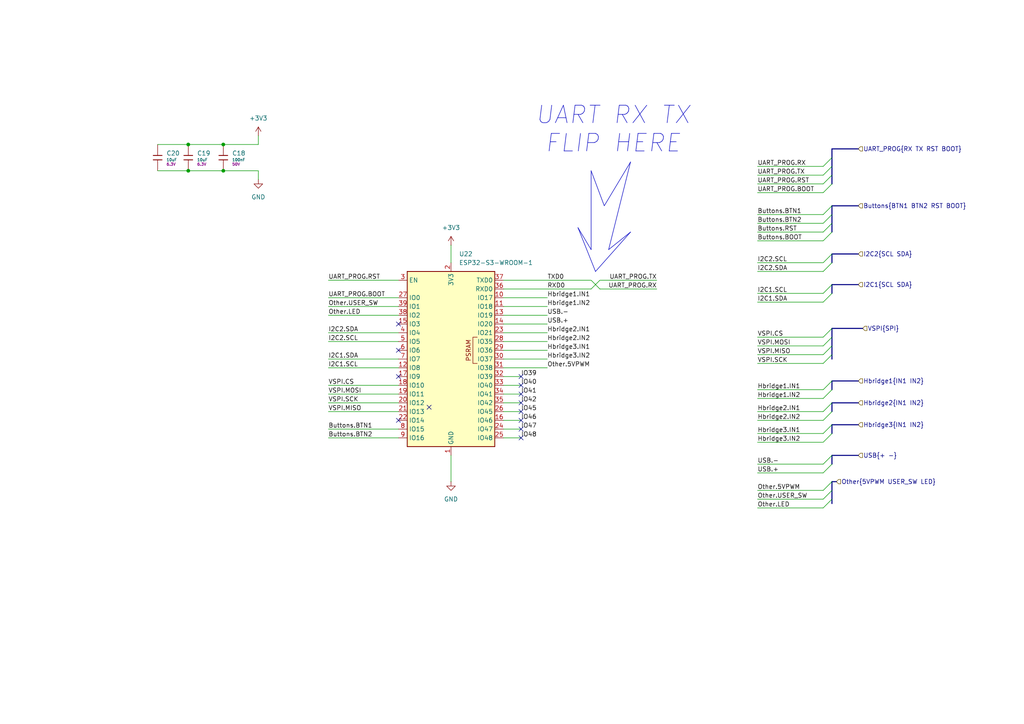
<source format=kicad_sch>
(kicad_sch (version 20231120) (generator "eeschema") (generator_version "8.0")
  (paper "A4")
  (title_block (title "ESP32S3 WROOM1") (date "2025-02-04") (rev "A") (company "Artem Horiunov") (comment 1 "DESIGNED IN POLAND"))
  (lib_symbols
    (symbol "PCM_JLCPCB-Capacitors:0402,100nF,(2)" (pin_numbers hide) (pin_names (offset 0))
      (property "Reference" "C" (at 2.032 1.668 0))
      (property "Value" "100nF" (at 2.032 -0.3782 0))
      (property "Voltage Rated" "50V" (at 2.032 -2.0462 0))
      (symbol "0402,100nF,(2)_0_1"
        (polyline (pts (xy -1.27 -0.635) (xy 1.27 -0.635)) (stroke (width 0.254)))
        (polyline (pts (xy -1.27 0.635) (xy 1.27 0.635)) (stroke (width 0.254)))
      )
      (symbol "0402,100nF,(2)_1_1"
        (pin passive line (at 0 3.81 270) (length 3.175) (name "~") (number "1"))
        (pin passive line (at 0 -3.81 90) (length 3.175) (name "~") (number "2"))
      )
    )
    (symbol "PCM_JLCPCB-Capacitors:0402,10uF" (pin_numbers hide) (pin_names (offset 0))
      (property "Reference" "C" (at 2.032 1.668 0))
      (property "Value" "10uF" (at 2.032 -0.3782 0))
      (property "Voltage Rated" "6.3V" (at 2.032 -2.0462 0))
      (symbol "0402,10uF_0_1"
        (polyline (pts (xy -1.27 -0.635) (xy 1.27 -0.635)) (stroke (width 0.254)))
        (polyline (pts (xy -1.27 0.635) (xy 1.27 0.635)) (stroke (width 0.254)))
      )
      (symbol "0402,10uF_1_1"
        (pin passive line (at 0 3.81 270) (length 3.175) (name "~") (number "1"))
        (pin passive line (at 0 -3.81 90) (length 3.175) (name "~") (number "2"))
      )
    )
    (symbol "RF_Module:ESP32-S3-WROOM-1"
      (property "Reference" "U" (at -12.7 26.67 0))
      (property "Value" "ESP32-S3-WROOM-1" (at 12.7 26.67 0))
      (symbol "ESP32-S3-WROOM-1_0_0"
        (rectangle (start -12.7 25.4) (end 12.7 -25.4) (stroke (width 0.254)) (fill (type background)))
        (text "PSRAM" (at 5.08 2.54 900) (effects (font (size 1.27 1.27))))
      )
      (symbol "ESP32-S3-WROOM-1_0_1"
        (polyline (pts (xy 7.62 -1.27) (xy 6.35 -1.27) (xy 6.35 6.35) (xy 7.62 6.35)))
      )
      (symbol "ESP32-S3-WROOM-1_1_1"
        (pin power_in line (at 0 -27.94 90) (length 2.54) (name "GND") (number "1"))
        (pin bidirectional line (at 15.24 17.78 180) (length 2.54) (name "IO17") (number "10"))
        (pin bidirectional line (at 15.24 15.24 180) (length 2.54) (name "IO18") (number "11"))
        (pin bidirectional line (at -15.24 -2.54 0) (length 2.54) (name "IO8") (number "12"))
        (pin bidirectional line (at 15.24 12.7 180) (length 2.54) (name "IO19") (number "13"))
        (pin bidirectional line (at 15.24 10.16 180) (length 2.54) (name "IO20") (number "14"))
        (pin bidirectional line (at -15.24 10.16 0) (length 2.54) (name "IO3") (number "15"))
        (pin bidirectional line (at 15.24 -17.78 180) (length 2.54) (name "IO46") (number "16"))
        (pin bidirectional line (at -15.24 -5.08 0) (length 2.54) (name "IO9") (number "17"))
        (pin bidirectional line (at -15.24 -7.62 0) (length 2.54) (name "IO10") (number "18"))
        (pin bidirectional line (at -15.24 -10.16 0) (length 2.54) (name "IO11") (number "19"))
        (pin power_in line (at 0 27.94 270) (length 2.54) (name "3V3") (number "2"))
        (pin bidirectional line (at -15.24 -12.7 0) (length 2.54) (name "IO12") (number "20"))
        (pin bidirectional line (at -15.24 -15.24 0) (length 2.54) (name "IO13") (number "21"))
        (pin bidirectional line (at -15.24 -17.78 0) (length 2.54) (name "IO14") (number "22"))
        (pin bidirectional line (at 15.24 7.62 180) (length 2.54) (name "IO21") (number "23"))
        (pin bidirectional line (at 15.24 -20.32 180) (length 2.54) (name "IO47") (number "24"))
        (pin bidirectional line (at 15.24 -22.86 180) (length 2.54) (name "IO48") (number "25"))
        (pin bidirectional line (at 15.24 -15.24 180) (length 2.54) (name "IO45") (number "26"))
        (pin bidirectional line (at -15.24 17.78 0) (length 2.54) (name "IO0") (number "27"))
        (pin bidirectional line (at 15.24 5.08 180) (length 2.54) (name "IO35") (number "28"))
        (pin bidirectional line (at 15.24 2.54 180) (length 2.54) (name "IO36") (number "29"))
        (pin input line (at -15.24 22.86 0) (length 2.54) (name "EN") (number "3"))
        (pin bidirectional line (at 15.24 0 180) (length 2.54) (name "IO37") (number "30"))
        (pin bidirectional line (at 15.24 -2.54 180) (length 2.54) (name "IO38") (number "31"))
        (pin bidirectional line (at 15.24 -5.08 180) (length 2.54) (name "IO39") (number "32"))
        (pin bidirectional line (at 15.24 -7.62 180) (length 2.54) (name "IO40") (number "33"))
        (pin bidirectional line (at 15.24 -10.16 180) (length 2.54) (name "IO41") (number "34"))
        (pin bidirectional line (at 15.24 -12.7 180) (length 2.54) (name "IO42") (number "35"))
        (pin bidirectional line (at 15.24 20.32 180) (length 2.54) (name "RXD0") (number "36"))
        (pin bidirectional line (at 15.24 22.86 180) (length 2.54) (name "TXD0") (number "37"))
        (pin bidirectional line (at -15.24 12.7 0) (length 2.54) (name "IO2") (number "38"))
        (pin bidirectional line (at -15.24 15.24 0) (length 2.54) (name "IO1") (number "39"))
        (pin bidirectional line (at -15.24 7.62 0) (length 2.54) (name "IO4") (number "4"))
        (pin passive line (at 0 -27.94 90) (length 2.54) hide (name "GND") (number "40"))
        (pin passive line (at 0 -27.94 90) (length 2.54) hide (name "GND") (number "41"))
        (pin bidirectional line (at -15.24 5.08 0) (length 2.54) (name "IO5") (number "5"))
        (pin bidirectional line (at -15.24 2.54 0) (length 2.54) (name "IO6") (number "6"))
        (pin bidirectional line (at -15.24 0 0) (length 2.54) (name "IO7") (number "7"))
        (pin bidirectional line (at -15.24 -20.32 0) (length 2.54) (name "IO15") (number "8"))
        (pin bidirectional line (at -15.24 -22.86 0) (length 2.54) (name "IO16") (number "9"))
      )
    )
    (symbol "power:+3V3" (power) (pin_numbers hide) (pin_names (offset 0) hide)
      (property "Value" "+3V3" (at 0 3.556 0))
      (symbol "+3V3_0_1"
        (polyline (pts (xy -0.762 1.27) (xy 0 2.54)))
        (polyline (pts (xy 0 0) (xy 0 2.54)))
        (polyline (pts (xy 0 2.54) (xy 0.762 1.27)))
      )
      (symbol "+3V3_1_1"
        (pin power_in line (at 0 0 90) (length 0) (name "~") (number "1"))
      )
    )
    (symbol "power:GND" (power) (pin_numbers hide) (pin_names (offset 0) hide)
      (property "Value" "GND" (at 0 -3.81 0))
      (symbol "GND_0_1"
        (polyline (pts (xy 0 0) (xy 0 -1.27) (xy 1.27 -1.27) (xy 0 -2.54) (xy -1.27 -1.27) (xy 0 -1.27)))
      )
      (symbol "GND_1_1"
        (pin power_in line (at 0 0 270) (length 0) (name "~") (number "1"))
      )
    )
  )
  (bus_alias "SPI" (members "CS" "MOSI" "MISO" "SCK"))
  (junction (at 64.77 49.53))
  (junction (at 54.61 49.53))
  (junction (at 54.61 41.91))
  (junction (at 64.77 41.91))
  (no_connect (at 151.13 116.84))
  (no_connect (at 151.13 127))
  (no_connect (at 124.46 118.11))
  (no_connect (at 151.13 114.3))
  (no_connect (at 115.57 93.98))
  (no_connect (at 151.13 111.76))
  (no_connect (at 115.57 109.22))
  (no_connect (at 115.57 101.6))
  (no_connect (at 151.13 121.92))
  (no_connect (at 151.13 124.46))
  (no_connect (at 151.13 119.38))
  (no_connect (at 151.13 109.22))
  (no_connect (at 115.57 121.92))
  (bus_entry (at 241.3 113.03) (size -2.54 2.54))
  (bus_entry (at 241.3 110.49) (size -2.54 2.54))
  (bus_entry (at 238.76 134.62) (size 2.54 -2.54))
  (bus_entry (at 241.3 53.34) (size -2.54 2.54))
  (bus_entry (at 241.3 100.33) (size -2.54 2.54))
  (bus_entry (at 241.3 50.8) (size -2.54 2.54))
  (bus_entry (at 241.3 62.23) (size -2.54 2.54))
  (bus_entry (at 241.3 125.73) (size -2.54 2.54))
  (bus_entry (at 241.3 123.19) (size -2.54 2.54))
  (bus_entry (at 241.3 95.25) (size -2.54 2.54))
  (bus_entry (at 241.3 76.2) (size -2.54 2.54))
  (bus_entry (at 241.3 139.7) (size -2.54 2.54))
  (bus_entry (at 241.3 142.24) (size -2.54 2.54))
  (bus_entry (at 241.3 48.26) (size -2.54 2.54))
  (bus_entry (at 241.3 97.79) (size -2.54 2.54))
  (bus_entry (at 241.3 64.77) (size -2.54 2.54))
  (bus_entry (at 241.3 73.66) (size -2.54 2.54))
  (bus_entry (at 241.3 67.31) (size -2.54 2.54))
  (bus_entry (at 238.76 137.16) (size 2.54 -2.54))
  (bus_entry (at 241.3 59.69) (size -2.54 2.54))
  (bus_entry (at 241.3 119.38) (size -2.54 2.54))
  (bus_entry (at 241.3 82.55) (size -2.54 2.54))
  (bus_entry (at 241.3 45.72) (size -2.54 2.54))
  (bus_entry (at 241.3 102.87) (size -2.54 2.54))
  (bus_entry (at 241.3 116.84) (size -2.54 2.54))
  (bus_entry (at 241.3 144.78) (size -2.54 2.54))
  (bus_entry (at 241.3 85.09) (size -2.54 2.54))
  (polyline (pts (xy 167.64 66.04) (xy 171.45 72.39)))
  (wire (pts (xy 95.25 111.76) (xy 115.57 111.76)))
  (wire (pts (xy 171.45 81.28) (xy 173.99 83.82)))
  (wire (pts (xy 64.77 41.91) (xy 54.61 41.91)))
  (polyline (pts (xy 182.88 67.31) (xy 172.72 78.74)))
  (bus (pts (xy 241.3 134.62) (xy 241.3 132.08)))
  (bus (pts (xy 248.92 82.55) (xy 241.3 82.55)))
  (bus (pts (xy 241.3 123.19) (xy 241.3 125.73)))
  (bus (pts (xy 241.3 50.8) (xy 241.3 53.34)))
  (bus (pts (xy 241.3 48.26) (xy 241.3 50.8)))
  (wire (pts (xy 219.71 100.33) (xy 238.76 100.33)))
  (wire (pts (xy 219.71 87.63) (xy 238.76 87.63)))
  (wire (pts (xy 158.75 99.06) (xy 146.05 99.06)))
  (wire (pts (xy 158.75 101.6) (xy 146.05 101.6)))
  (bus (pts (xy 241.3 59.69) (xy 241.3 62.23)))
  (bus (pts (xy 248.92 110.49) (xy 241.3 110.49)))
  (bus (pts (xy 241.3 100.33) (xy 241.3 102.87)))
  (wire (pts (xy 130.81 76.2) (xy 130.81 71.12)))
  (wire (pts (xy 158.75 88.9) (xy 146.05 88.9)))
  (wire (pts (xy 219.71 69.85) (xy 238.76 69.85)))
  (wire (pts (xy 54.61 41.91) (xy 45.72 41.91)))
  (wire (pts (xy 146.05 121.92) (xy 151.13 121.92)))
  (wire (pts (xy 238.76 134.62) (xy 219.71 134.62)))
  (bus (pts (xy 248.92 132.08) (xy 241.3 132.08)))
  (wire (pts (xy 146.05 116.84) (xy 151.13 116.84)))
  (wire (pts (xy 219.71 115.57) (xy 238.76 115.57)))
  (wire (pts (xy 219.71 142.24) (xy 238.76 142.24)))
  (wire (pts (xy 219.71 67.31) (xy 238.76 67.31)))
  (wire (pts (xy 74.93 41.91) (xy 64.77 41.91)))
  (wire (pts (xy 74.93 49.53) (xy 74.93 52.07)))
  (wire (pts (xy 95.25 127) (xy 115.57 127)))
  (bus (pts (xy 248.92 59.69) (xy 241.3 59.69)))
  (wire (pts (xy 219.71 121.92) (xy 238.76 121.92)))
  (wire (pts (xy 158.75 91.44) (xy 146.05 91.44)))
  (bus (pts (xy 242.57 139.7) (xy 241.3 139.7)))
  (wire (pts (xy 219.71 147.32) (xy 238.76 147.32)))
  (wire (pts (xy 146.05 111.76) (xy 151.13 111.76)))
  (wire (pts (xy 158.75 93.98) (xy 146.05 93.98)))
  (bus (pts (xy 241.3 110.49) (xy 241.3 113.03)))
  (wire (pts (xy 74.93 39.37) (xy 74.93 41.91)))
  (bus (pts (xy 241.3 82.55) (xy 241.3 85.09)))
  (bus (pts (xy 241.3 64.77) (xy 241.3 67.31)))
  (wire (pts (xy 219.71 85.09) (xy 238.76 85.09)))
  (wire (pts (xy 219.71 64.77) (xy 238.76 64.77)))
  (wire (pts (xy 95.25 96.52) (xy 115.57 96.52)))
  (bus (pts (xy 241.3 142.24) (xy 241.3 144.78)))
  (wire (pts (xy 219.71 78.74) (xy 238.76 78.74)))
  (wire (pts (xy 219.71 119.38) (xy 238.76 119.38)))
  (polyline (pts (xy 181.61 52.07) (xy 176.53 72.39)))
  (bus (pts (xy 241.3 45.72) (xy 241.3 48.26)))
  (bus (pts (xy 248.92 73.66) (xy 241.3 73.66)))
  (wire (pts (xy 158.75 96.52) (xy 146.05 96.52)))
  (wire (pts (xy 146.05 83.82) (xy 171.45 83.82)))
  (bus (pts (xy 241.3 95.25) (xy 241.3 97.79)))
  (wire (pts (xy 54.61 49.53) (xy 64.77 49.53)))
  (bus (pts (xy 241.3 43.18) (xy 241.3 45.72)))
  (wire (pts (xy 95.25 88.9) (xy 115.57 88.9)))
  (wire (pts (xy 74.93 49.53) (xy 64.77 49.53)))
  (bus (pts (xy 250.19 95.25) (xy 241.3 95.25)))
  (polyline (pts (xy 172.72 78.74) (xy 167.64 66.04)))
  (wire (pts (xy 219.71 102.87) (xy 238.76 102.87)))
  (bus (pts (xy 241.3 102.87) (xy 241.3 104.14)))
  (wire (pts (xy 219.71 48.26) (xy 238.76 48.26)))
  (wire (pts (xy 219.71 97.79) (xy 238.76 97.79)))
  (bus (pts (xy 248.92 116.84) (xy 241.3 116.84)))
  (polyline (pts (xy 181.61 52.07) (xy 182.88 46.99)))
  (bus (pts (xy 241.3 139.7) (xy 241.3 142.24)))
  (wire (pts (xy 146.05 127) (xy 151.13 127)))
  (wire (pts (xy 95.25 119.38) (xy 115.57 119.38)))
  (wire (pts (xy 219.71 128.27) (xy 238.76 128.27)))
  (wire (pts (xy 219.71 105.41) (xy 238.76 105.41)))
  (wire (pts (xy 158.75 104.14) (xy 146.05 104.14)))
  (bus (pts (xy 241.3 97.79) (xy 241.3 100.33)))
  (wire (pts (xy 95.25 104.14) (xy 115.57 104.14)))
  (wire (pts (xy 95.25 91.44) (xy 115.57 91.44)))
  (bus (pts (xy 241.3 116.84) (xy 241.3 119.38)))
  (wire (pts (xy 219.71 53.34) (xy 238.76 53.34)))
  (wire (pts (xy 95.25 124.46) (xy 115.57 124.46)))
  (bus (pts (xy 241.3 62.23) (xy 241.3 64.77)))
  (wire (pts (xy 146.05 124.46) (xy 151.13 124.46)))
  (wire (pts (xy 95.25 114.3) (xy 115.57 114.3)))
  (wire (pts (xy 115.57 81.28) (xy 95.25 81.28)))
  (wire (pts (xy 219.71 50.8) (xy 238.76 50.8)))
  (wire (pts (xy 158.75 106.68) (xy 146.05 106.68)))
  (wire (pts (xy 219.71 76.2) (xy 238.76 76.2)))
  (wire (pts (xy 95.25 106.68) (xy 115.57 106.68)))
  (wire (pts (xy 219.71 144.78) (xy 238.76 144.78)))
  (bus (pts (xy 248.92 43.18) (xy 241.3 43.18)))
  (wire (pts (xy 219.71 113.03) (xy 238.76 113.03)))
  (wire (pts (xy 219.71 137.16) (xy 238.76 137.16)))
  (wire (pts (xy 173.99 83.82) (xy 190.5 83.82)))
  (polyline (pts (xy 171.45 72.39) (xy 171.45 49.53)))
  (bus (pts (xy 241.3 73.66) (xy 241.3 76.2)))
  (wire (pts (xy 45.72 49.53) (xy 54.61 49.53)))
  (wire (pts (xy 219.71 55.88) (xy 238.76 55.88)))
  (polyline (pts (xy 175.26 59.69) (xy 182.88 46.99)))
  (wire (pts (xy 130.81 132.08) (xy 130.81 139.7)))
  (bus (pts (xy 248.92 123.19) (xy 241.3 123.19)))
  (wire (pts (xy 219.71 62.23) (xy 238.76 62.23)))
  (bus (pts (xy 241.3 144.78) (xy 241.3 146.05)))
  (wire (pts (xy 95.25 86.36) (xy 115.57 86.36)))
  (wire (pts (xy 158.75 86.36) (xy 146.05 86.36)))
  (wire (pts (xy 219.71 125.73) (xy 238.76 125.73)))
  (wire (pts (xy 146.05 109.22) (xy 151.13 109.22)))
  (wire (pts (xy 146.05 114.3) (xy 151.13 114.3)))
  (polyline (pts (xy 176.53 72.39) (xy 182.88 67.31)))
  (wire (pts (xy 95.25 116.84) (xy 115.57 116.84)))
  (polyline (pts (xy 171.45 49.53) (xy 175.26 59.69)))
  (wire (pts (xy 95.25 99.06) (xy 115.57 99.06)))
  (wire (pts (xy 173.99 81.28) (xy 171.45 83.82)))
  (wire (pts (xy 146.05 81.28) (xy 171.45 81.28)))
  (wire (pts (xy 190.5 81.28) (xy 173.99 81.28)))
  (wire (pts (xy 146.05 119.38) (xy 151.13 119.38)))
  (text "UART RX TX\nFLIP HERE" (at 177.8 37.592 0) (effects (font (size 5.08 5.08) (italic yes))))
  (label "I2C1.SDA" (at 95.25 104.14 0))
  (label "Buttons.BTN1" (at 219.71 62.23 0))
  (label "Hbridge2.IN1" (at 219.71 119.38 0))
  (label "USB.-" (at 219.71 134.62 0))
  (label "I2C2.SCL" (at 95.25 99.06 0))
  (label "UART_PROG.TX" (at 219.71 50.8 0))
  (label "VSPI.MOSI" (at 219.71 100.33 0))
  (label "Other.5VPWM" (at 219.71 142.24 0))
  (label "Other.LED" (at 95.25 91.44 0))
  (label "Buttons.BTN1" (at 95.25 124.46 0))
  (label "USB.+" (at 219.71 137.16 0))
  (label "VSPI.CS" (at 219.71 97.79 0))
  (label "Hbridge2.IN2" (at 219.71 121.92 0))
  (label "IO40" (at 151.13 111.76 0))
  (label "Other.USER_SW" (at 219.71 144.78 0))
  (label "I2C1.SCL" (at 219.71 85.09 0))
  (label "IO41" (at 151.13 114.3 0))
  (label "UART_PROG.RX" (at 219.71 48.26 0))
  (label "UART_PROG.RST" (at 95.25 81.28 0))
  (label "TXD0" (at 158.75 81.28 0))
  (label "IO47" (at 151.13 124.46 0))
  (label "VSPI.CS" (at 95.25 111.76 0))
  (label "Hbridge2.IN2" (at 158.75 99.06 0))
  (label "Hbridge3.IN2" (at 158.75 104.14 0))
  (label "Hbridge3.IN1" (at 219.71 125.73 0))
  (label "Other.LED" (at 219.71 147.32 0))
  (label "IO46" (at 151.13 121.92 0))
  (label "UART_PROG.BOOT" (at 219.71 55.88 0))
  (label "IO48" (at 151.13 127 0))
  (label "Hbridge3.IN1" (at 158.75 101.6 0))
  (label "VSPI.SCK" (at 219.71 105.41 0))
  (label "I2C2.SCL" (at 219.71 76.2 0))
  (label "Hbridge3.IN2" (at 219.71 128.27 0))
  (label "IO45" (at 151.13 119.38 0))
  (label "I2C1.SCL" (at 95.25 106.68 0))
  (label "I2C2.SDA" (at 95.25 96.52 0))
  (label "Hbridge1.IN2" (at 158.75 88.9 0))
  (label "IO39" (at 151.13 109.22 0))
  (label "USB.+" (at 158.75 93.98 0))
  (label "VSPI.MISO" (at 95.25 119.38 0))
  (label "Buttons.RST" (at 219.71 67.31 0))
  (label "UART_PROG.TX" (at 190.5 81.28 180))
  (label "Buttons.BOOT" (at 219.71 69.85 0))
  (label "I2C1.SDA" (at 219.71 87.63 0))
  (label "UART_PROG.RST" (at 219.71 53.34 0))
  (label "USB.-" (at 158.75 91.44 0))
  (label "VSPI.MISO" (at 219.71 102.87 0))
  (label "VSPI.SCK" (at 95.25 116.84 0))
  (label "I2C2.SDA" (at 219.71 78.74 0))
  (label "Hbridge1.IN2" (at 219.71 115.57 0))
  (label "VSPI.MOSI" (at 95.25 114.3 0))
  (label "Hbridge2.IN1" (at 158.75 96.52 0))
  (label "Other.USER_SW" (at 95.25 88.9 0))
  (label "Buttons.BTN2" (at 95.25 127 0))
  (label "Hbridge1.IN1" (at 219.71 113.03 0))
  (label "UART_PROG.RX" (at 190.5 83.82 180))
  (label "Buttons.BTN2" (at 219.71 64.77 0))
  (label "Hbridge1.IN1" (at 158.75 86.36 0))
  (label "RXD0" (at 158.75 83.82 0))
  (label "Other.5VPWM" (at 158.75 106.68 0))
  (label "IO42" (at 151.13 116.84 0))
  (label "UART_PROG.BOOT" (at 95.25 86.36 0))
  (hierarchical_label "Hbridge1{IN1 IN2}" (shape input) (at 248.92 110.49 0))
  (hierarchical_label "Other{5VPWM USER_SW LED}" (shape input) (at 242.57 139.7 0))
  (hierarchical_label "VSPI{SPI}" (shape input) (at 250.19 95.25 0))
  (hierarchical_label "Buttons{BTN1 BTN2 RST BOOT}" (shape input) (at 248.92 59.69 0))
  (hierarchical_label "USB{+ -}" (shape input) (at 248.92 132.08 0))
  (hierarchical_label "I2C1{SCL SDA}" (shape input) (at 248.92 82.55 0))
  (hierarchical_label "UART_PROG{RX TX RST BOOT}" (shape input) (at 248.92 43.18 0))
  (hierarchical_label "Hbridge2{IN1 IN2}" (shape input) (at 248.92 116.84 0))
  (hierarchical_label "Hbridge3{IN1 IN2}" (shape input) (at 248.92 123.19 0))
  (hierarchical_label "I2C2{SCL SDA}" (shape input) (at 248.92 73.66 0))
  (symbol (lib_id "PCM_JLCPCB-Capacitors:0402,100nF,(2)") (at 64.77 45.72 0) (unit 1)
    (property "Reference" "C18" (at 67.31 44.45 0) (effects (justify left)))
    (property "Value" "100nF" (at 67.31 46.355 0) (effects (font (size 0.8 0.8)) (justify left)))
    (property "Footprint" "PCM_JLCPCB:C_0402" (effects (hide yes)))
    (property "Datasheet" "https://www.lcsc.com/datasheet/lcsc_datasheet_2304140030_Samsung-Electro-Mechanics-CL05B104KB54PNC_C307331.pdf" (effects (hide yes)))
    (property "Description" "50V 100nF X7R ±10% 0402 Multilayer Ceramic Capacitors MLCC - SMD/SMT ROHS" (effects (hide yes)))
    (property "LCSC" "C307331" (effects (hide yes)))
    (property "Stock" "5358037" (effects (hide yes)))
    (property "Price" "0.008USD" (effects (hide yes)))
    (property "Process" "SMT" (effects (hide yes)))
    (property "Minimum Qty" "20" (effects (hide yes)))
    (property "Attrition Qty" "10" (effects (hide yes)))
    (property "Class" "Basic Component" (effects (hide yes)))
    (property "Category" "Capacitors,Multilayer Ceramic Capacitors MLCC - SMD/SMT" (effects (hide yes)))
    (property "Manufacturer" "Samsung Electro-Mechanics" (effects (hide yes)))
    (property "Part" "CL05B104KB54PNC" (effects (hide yes)))
    (property "Voltage Rated" "50V" (at 67.31 47.625 0) (effects (font (size 0.8 0.8)) (justify left)))
    (property "Tolerance" "±10%" (effects (hide yes)))
    (property "Capacitance" "100nF" (effects (hide yes)))
    (property "Temperature Coefficient" "X7R" (effects (hide yes)))
  )
  (symbol (lib_id "PCM_JLCPCB-Capacitors:0402,10uF") (at 54.61 45.72 0) (unit 1)
    (property "Reference" "C19" (at 57.15 44.45 0) (effects (justify left)))
    (property "Value" "10uF" (at 57.15 46.355 0) (effects (font (size 0.8 0.8)) (justify left)))
    (property "Footprint" "PCM_JLCPCB:C_0402" (effects (hide yes)))
    (property "Datasheet" "https://www.lcsc.com/datasheet/lcsc_datasheet_2208231630_Samsung-Electro-Mechanics-CL05A106MQ5NUNC_C15525.pdf" (effects (hide yes)))
    (property "Description" "6.3V 10uF X5R ±20% 0402 Multilayer Ceramic Capacitors MLCC - SMD/SMT ROHS" (effects (hide yes)))
    (property "LCSC" "C15525" (effects (hide yes)))
    (property "Stock" "9197991" (effects (hide yes)))
    (property "Price" "0.007USD" (effects (hide yes)))
    (property "Process" "SMT" (effects (hide yes)))
    (property "Minimum Qty" "20" (effects (hide yes)))
    (property "Attrition Qty" "10" (effects (hide yes)))
    (property "Class" "Basic Component" (effects (hide yes)))
    (property "Category" "Capacitors,Multilayer Ceramic Capacitors MLCC - SMD/SMT" (effects (hide yes)))
    (property "Manufacturer" "Samsung Electro-Mechanics" (effects (hide yes)))
    (property "Part" "CL05A106MQ5NUNC" (effects (hide yes)))
    (property "Voltage Rated" "6.3V" (at 57.15 47.625 0) (effects (font (size 0.8 0.8)) (justify left)))
    (property "Tolerance" "±20%" (effects (hide yes)))
    (property "Capacitance" "10uF" (effects (hide yes)))
    (property "Temperature Coefficient" "X5R" (effects (hide yes)))
  )
  (symbol (lib_id "power:+3V3") (at 130.81 71.12 0) (unit 1)
    (property "Reference" "#PWR028" (effects (hide yes)))
    (property "Value" "+3V3" (at 130.81 66.04 0))
    (property "Description" "Power symbol creates a global label with name \"+3V3\"" (effects (hide yes)))
  )
  (symbol (lib_id "PCM_JLCPCB-Capacitors:0402,10uF") (at 45.72 45.72 0) (unit 1)
    (property "Reference" "C20" (at 48.26 44.45 0) (effects (justify left)))
    (property "Value" "10uF" (at 48.26 46.355 0) (effects (font (size 0.8 0.8)) (justify left)))
    (property "Footprint" "PCM_JLCPCB:C_0402" (effects (hide yes)))
    (property "Datasheet" "https://www.lcsc.com/datasheet/lcsc_datasheet_2208231630_Samsung-Electro-Mechanics-CL05A106MQ5NUNC_C15525.pdf" (effects (hide yes)))
    (property "Description" "6.3V 10uF X5R ±20% 0402 Multilayer Ceramic Capacitors MLCC - SMD/SMT ROHS" (effects (hide yes)))
    (property "LCSC" "C15525" (effects (hide yes)))
    (property "Stock" "9197991" (effects (hide yes)))
    (property "Price" "0.007USD" (effects (hide yes)))
    (property "Process" "SMT" (effects (hide yes)))
    (property "Minimum Qty" "20" (effects (hide yes)))
    (property "Attrition Qty" "10" (effects (hide yes)))
    (property "Class" "Basic Component" (effects (hide yes)))
    (property "Category" "Capacitors,Multilayer Ceramic Capacitors MLCC - SMD/SMT" (effects (hide yes)))
    (property "Manufacturer" "Samsung Electro-Mechanics" (effects (hide yes)))
    (property "Part" "CL05A106MQ5NUNC" (effects (hide yes)))
    (property "Voltage Rated" "6.3V" (at 48.26 47.625 0) (effects (font (size 0.8 0.8)) (justify left)))
    (property "Tolerance" "±20%" (effects (hide yes)))
    (property "Capacitance" "10uF" (effects (hide yes)))
    (property "Temperature Coefficient" "X5R" (effects (hide yes)))
  )
  (symbol (lib_id "power:GND") (at 130.81 139.7 0) (mirror y) (unit 1)
    (property "Reference" "#PWR0143" (effects (hide yes)))
    (property "Value" "GND" (at 130.81 144.78 0))
    (property "Description" "Power symbol creates a global label with name \"GND\" , ground" (effects (hide yes)))
  )
  (symbol (lib_id "power:GND") (at 74.93 52.07 0) (unit 1)
    (property "Reference" "#PWR027" (effects (hide yes)))
    (property "Value" "GND" (at 74.93 57.15 0))
    (property "Description" "Power symbol creates a global label with name \"GND\" , ground" (effects (hide yes)))
  )
  (symbol (lib_id "power:+3V3") (at 74.93 39.37 0) (unit 1)
    (property "Reference" "#PWR016" (effects (hide yes)))
    (property "Value" "+3V3" (at 74.93 34.29 0))
    (property "Description" "Power symbol creates a global label with name \"+3V3\"" (effects (hide yes)))
  )
  (symbol (lib_id "RF_Module:ESP32-S3-WROOM-1") (at 130.81 104.14 0) (unit 1)
    (property "Reference" "U22" (at 133.1334 73.66 0) (effects (justify left)))
    (property "Value" "ESP32-S3-WROOM-1" (at 133.1334 76.2 0) (effects (justify left)))
    (property "Footprint" "RF_Module:ESP32-S3-WROOM-1" (effects (hide yes)))
    (property "Datasheet" "https://www.espressif.com/sites/default/files/documentation/esp32-s3-wroom-1_wroom-1u_datasheet_en.pdf" (effects (hide yes)))
    (property "Description" "RF Module, ESP32-S3 SoC, Wi-Fi 802.11b/g/n, Bluetooth, BLE, 32-bit, 3.3V, onboard antenna, SMD" (effects (hide yes)))
  )
)
</source>
